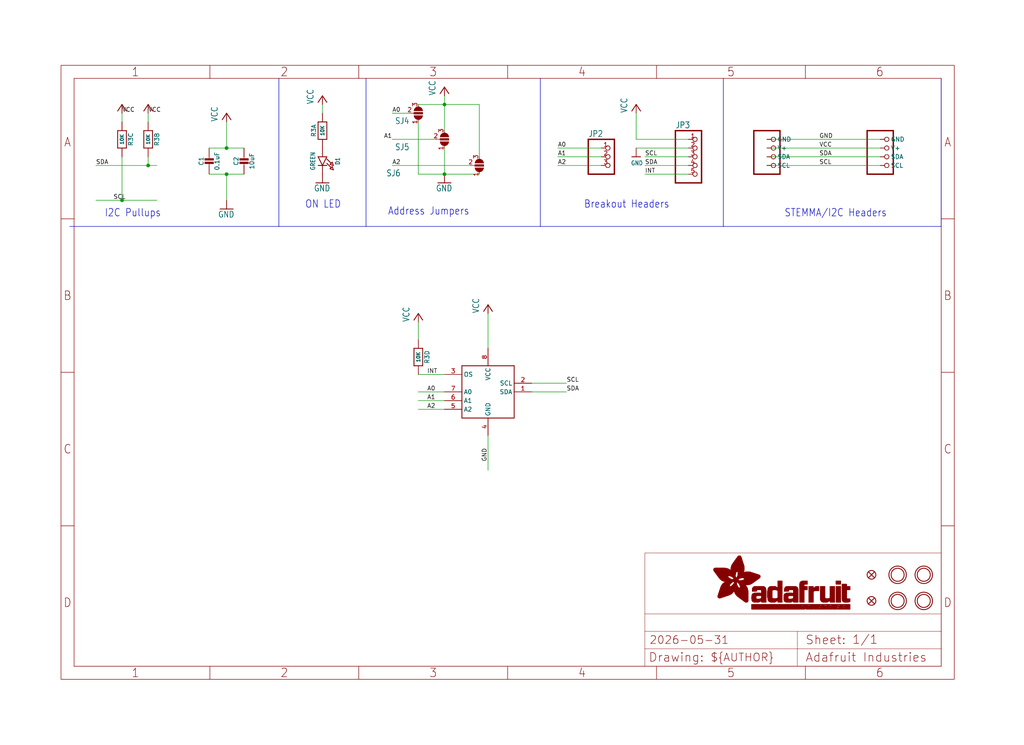
<source format=kicad_sch>
(kicad_sch (version 20230121) (generator eeschema)
  (paper "User" 298.45 217.322)
  (lib_symbols
    (symbol "working-eagle-import:CAP_CERAMIC0603_NO"
      (property "Reference" "C" (at -2.29 1.25 90))
      (symbol "CAP_CERAMIC0603_NO_1_0"
        (pin passive line (at 0 5.08 270) (length 2.54) (name "1") (number "1"))
        (pin passive line (at 0 -2.54 90) (length 2.54) (name "2") (number "2"))
      )
    )
    (symbol "working-eagle-import:CAP_CERAMIC0805-NOOUTLINE"
      (property "Reference" "C" (at -2.29 1.25 90))
      (symbol "CAP_CERAMIC0805-NOOUTLINE_1_0"
        (pin passive line (at 0 5.08 270) (length 2.54) (name "1") (number "1"))
        (pin passive line (at 0 -2.54 90) (length 2.54) (name "2") (number "2"))
      )
    )
    (symbol "working-eagle-import:FIDUCIAL_1MM")
    (symbol "working-eagle-import:FRAME_A4_ADAFRUIT"
      (symbol "FRAME_A4_ADAFRUIT_1_0"
        (text "${#}/${##}" (at 230.505 10.16 0) (effects (font (size 2.54 2.54)) (justify left bottom)))
        (text "${AUTHOR}" (at 189.23 5.08 0) (effects (font (size 2.286 2.286)) (justify left bottom)))
        (text "${CURRENT_DATE}" (at 171.45 10.16 0) (effects (font (size 2.286 2.286)) (justify left bottom)))
        (text "${PROJECTNAME}" (at 171.45 15.24 0) (effects (font (size 2.54 2.54)) (justify left bottom)))
        (text "1" (at 21.6958 1.905 0) (effects (font (size 2.54 2.286))))
        (text "1" (at 21.6958 177.165 0) (effects (font (size 2.54 2.286))))
        (text "2" (at 65.0875 1.905 0) (effects (font (size 2.54 2.286))))
        (text "2" (at 65.0875 177.165 0) (effects (font (size 2.54 2.286))))
        (text "3" (at 108.4792 1.905 0) (effects (font (size 2.54 2.286))))
        (text "3" (at 108.4792 177.165 0) (effects (font (size 2.54 2.286))))
        (text "4" (at 151.8708 1.905 0) (effects (font (size 2.54 2.286))))
        (text "4" (at 151.8708 177.165 0) (effects (font (size 2.54 2.286))))
        (text "5" (at 195.2625 1.905 0) (effects (font (size 2.54 2.286))))
        (text "5" (at 195.2625 177.165 0) (effects (font (size 2.54 2.286))))
        (text "6" (at 238.6542 1.905 0) (effects (font (size 2.54 2.286))))
        (text "6" (at 238.6542 177.165 0) (effects (font (size 2.54 2.286))))
        (text "A" (at 1.905 156.6863 0) (effects (font (size 2.54 2.286))))
        (text "A" (at 258.445 156.6863 0) (effects (font (size 2.54 2.286))))
        (text "Adafruit Industries" (at 216.916 4.953 0) (effects (font (size 2.54 2.54)) (justify left bottom)))
        (text "B" (at 1.905 111.9188 0) (effects (font (size 2.54 2.286))))
        (text "B" (at 258.445 111.9188 0) (effects (font (size 2.54 2.286))))
        (text "C" (at 1.905 67.1513 0) (effects (font (size 2.54 2.286))))
        (text "C" (at 258.445 67.1513 0) (effects (font (size 2.54 2.286))))
        (text "D" (at 1.905 22.3838 0) (effects (font (size 2.54 2.286))))
        (text "D" (at 258.445 22.3838 0) (effects (font (size 2.54 2.286))))
        (text "Drawing:" (at 171.196 4.953 0) (effects (font (size 2.54 2.54)) (justify left bottom)))
        (text "Sheet:" (at 216.916 10.033 0) (effects (font (size 2.54 2.54)) (justify left bottom)))
      )
    )
    (symbol "working-eagle-import:GND" (power)
      (property "Value" "GND" (at -1.524 -2.54 0))
      (symbol "GND_1_0"
        (pin power_in line (at 0 2.54 270) (length 2.54) (name "GND") (number "1"))
      )
    )
    (symbol "working-eagle-import:HEADER-1X3ROUND"
      (property "Reference" "JP" (at -6.35 5.715 0))
      (symbol "HEADER-1X3ROUND_1_0"
        (pin passive inverted (at -2.54 2.54 0) (length 2.54) (name "1") (number "1"))
        (pin passive inverted (at -2.54 0 0) (length 2.54) (name "2") (number "2"))
        (pin passive inverted (at -2.54 -2.54 0) (length 2.54) (name "3") (number "3"))
      )
    )
    (symbol "working-eagle-import:HEADER-1X5ROUND"
      (property "Reference" "JP" (at -6.35 8.255 0))
      (symbol "HEADER-1X5ROUND_1_0"
        (pin passive inverted (at -2.54 5.08 0) (length 2.54) (name "1") (number "1"))
        (pin passive inverted (at -2.54 2.54 0) (length 2.54) (name "2") (number "2"))
        (pin passive inverted (at -2.54 0 0) (length 2.54) (name "3") (number "3"))
        (pin passive inverted (at -2.54 -2.54 0) (length 2.54) (name "4") (number "4"))
        (pin passive inverted (at -2.54 -5.08 0) (length 2.54) (name "5") (number "5"))
      )
    )
    (symbol "working-eagle-import:LED0603_NOOUTLINE"
      (property "Reference" "D" (at -1.27 4.445 0))
      (symbol "LED0603_NOOUTLINE_1_0"
        (pin passive line (at -5.08 0 0) (length 2.54) (name "A") (number "A"))
        (pin passive line (at 2.54 0 180) (length 2.54) (name "C") (number "C"))
      )
    )
    (symbol "working-eagle-import:MOUNTINGHOLE2.5")
    (symbol "working-eagle-import:PCT2075D"
      (symbol "PCT2075D_1_0"
        (pin bidirectional line (at 12.7 0 180) (length 5.08) (name "SDA") (number "1"))
        (pin bidirectional line (at 12.7 2.54 180) (length 5.08) (name "SCL") (number "2"))
        (pin output line (at -12.7 5.08 0) (length 5.08) (name "OS") (number "3"))
        (pin power_in line (at 0 -12.7 90) (length 5.08) (name "GND") (number "4"))
        (pin input line (at -12.7 -5.08 0) (length 5.08) (name "A2") (number "5"))
        (pin input line (at -12.7 -2.54 0) (length 5.08) (name "A1") (number "6"))
        (pin input line (at -12.7 0 0) (length 5.08) (name "A0") (number "7"))
        (pin power_in line (at 0 12.7 270) (length 5.08) (name "VCC") (number "8"))
      )
    )
    (symbol "working-eagle-import:RESISTOR_4PACK"
      (property "Reference" "R" (at 0 2.54 0))
      (symbol "RESISTOR_4PACK_1_0"
        (pin passive line (at -5.08 0 0) (length 2.54) (name "1") (number "1"))
        (pin passive line (at 5.08 0 180) (length 2.54) (name "2") (number "8"))
      )
      (symbol "RESISTOR_4PACK_2_0"
        (pin passive line (at -5.08 0 0) (length 2.54) (name "1") (number "2"))
        (pin passive line (at 5.08 0 180) (length 2.54) (name "2") (number "7"))
      )
      (symbol "RESISTOR_4PACK_3_0"
        (pin passive line (at -5.08 0 0) (length 2.54) (name "1") (number "3"))
        (pin passive line (at 5.08 0 180) (length 2.54) (name "2") (number "6"))
      )
      (symbol "RESISTOR_4PACK_4_0"
        (pin passive line (at -5.08 0 0) (length 2.54) (name "1") (number "4"))
        (pin passive line (at 5.08 0 180) (length 2.54) (name "2") (number "5"))
      )
    )
    (symbol "working-eagle-import:SOLDERJUMPER_2WAY"
      (property "Reference" "SJ" (at -5.08 -3.81 0))
      (symbol "SOLDERJUMPER_2WAY_1_0"
        (pin passive line (at -2.54 0 0) (length 0) (name "1") (number "1"))
        (pin passive line (at 0 2.54 270) (length 0) (name "2") (number "2"))
        (pin passive line (at 2.54 0 180) (length 0) (name "3") (number "3"))
      )
    )
    (symbol "working-eagle-import:STEMMA_I2C_QT"
      (symbol "STEMMA_I2C_QT_1_0"
        (pin passive inverted (at 0 5.08 0) (length 2.54) (name "GND") (number "1"))
        (pin passive inverted (at 0 2.54 0) (length 2.54) (name "V+") (number "2"))
        (pin passive inverted (at 0 0 0) (length 2.54) (name "SDA") (number "3"))
        (pin passive inverted (at 0 -2.54 0) (length 2.54) (name "SCL") (number "4"))
      )
      (symbol "STEMMA_I2C_QT_2_0"
        (pin bidirectional line (at 0 0 0) (length 5.08) (name "MT") (number "MT1"))
      )
      (symbol "STEMMA_I2C_QT_3_0"
        (pin bidirectional line (at 0 0 0) (length 5.08) (name "MT") (number "MT2"))
      )
    )
    (symbol "working-eagle-import:VCC" (power)
      (property "Value" "VCC" (at -2.54 -2.54 90))
      (symbol "VCC_1_0"
        (pin power_in line (at 0 -2.54 90) (length 2.54) (name "VCC") (number "1"))
      )
    )
    (symbol "working-eagle-import:supply1_GND" (power)
      (property "Value" "supply1_GND" (at -2.54 -2.54 0))
      (symbol "supply1_GND_1_0"
        (pin power_in line (at 0 2.54 270) (length 2.54) (name "GND") (number "1"))
      )
    )
  )
  (junction (at 35.56 58.42))
  (junction (at 66.04 43.18))
  (junction (at 129.54 30.48))
  (junction (at 66.04 50.8))
  (junction (at 129.54 50.8))
  (junction (at 43.18 48.26))
  (polyline (pts (xy 210.82 22.86) (xy 210.82 66.04)) (stroke (width 0.1524) (type solid)))
  (wire (pts (xy 121.92 35.56) (xy 121.92 50.8)) (stroke (width 0.1524)))
  (wire (pts (xy 66.04 50.8) (xy 66.04 58.42)) (stroke (width 0.1524)))
  (wire (pts (xy 223.52 48.26) (xy 256.54 48.26)) (stroke (width 0.1524)))
  (wire (pts (xy 129.54 30.48) (xy 139.7 30.48)) (stroke (width 0.1524)))
  (wire (pts (xy 175.26 48.26) (xy 162.56 48.26)) (stroke (width 0.1524)))
  (wire (pts (xy 35.56 45.72) (xy 35.56 58.42)) (stroke (width 0.1524)))
  (polyline (pts (xy 274.32 22.86) (xy 274.32 66.04)) (stroke (width 0.1524) (type solid)))
  (polyline (pts (xy 210.82 66.04) (xy 274.32 66.04)) (stroke (width 0.1524) (type solid)))
  (polyline (pts (xy 106.68 66.04) (xy 157.48 66.04)) (stroke (width 0.1524) (type solid)))
  (wire (pts (xy 175.26 43.18) (xy 162.56 43.18)) (stroke (width 0.1524)))
  (wire (pts (xy 127 40.64) (xy 114.3 40.64)) (stroke (width 0.1524)))
  (wire (pts (xy 45.72 58.42) (xy 35.56 58.42)) (stroke (width 0.1524)))
  (wire (pts (xy 60.96 50.8) (xy 66.04 50.8)) (stroke (width 0.1524)))
  (wire (pts (xy 60.96 43.18) (xy 66.04 43.18)) (stroke (width 0.1524)))
  (polyline (pts (xy 81.28 66.04) (xy 106.68 66.04)) (stroke (width 0.1524) (type solid)))
  (wire (pts (xy 142.24 101.6) (xy 142.24 91.44)) (stroke (width 0.1524)))
  (wire (pts (xy 43.18 48.26) (xy 27.94 48.26)) (stroke (width 0.1524)))
  (wire (pts (xy 43.18 35.56) (xy 43.18 33.02)) (stroke (width 0.1524)))
  (wire (pts (xy 139.7 30.48) (xy 139.7 45.72)) (stroke (width 0.1524)))
  (wire (pts (xy 129.54 43.18) (xy 129.54 50.8)) (stroke (width 0.1524)))
  (wire (pts (xy 129.54 114.3) (xy 121.92 114.3)) (stroke (width 0.1524)))
  (wire (pts (xy 185.42 40.64) (xy 185.42 33.02)) (stroke (width 0.1524)))
  (wire (pts (xy 66.04 43.18) (xy 66.04 35.56)) (stroke (width 0.1524)))
  (wire (pts (xy 129.54 109.22) (xy 121.92 109.22)) (stroke (width 0.1524)))
  (polyline (pts (xy 20.32 66.04) (xy 81.28 66.04)) (stroke (width 0.1524) (type solid)))
  (wire (pts (xy 119.38 33.02) (xy 114.3 33.02)) (stroke (width 0.1524)))
  (wire (pts (xy 93.98 33.02) (xy 93.98 30.48)) (stroke (width 0.1524)))
  (wire (pts (xy 223.52 43.18) (xy 256.54 43.18)) (stroke (width 0.1524)))
  (wire (pts (xy 139.7 50.8) (xy 129.54 50.8)) (stroke (width 0.1524)))
  (wire (pts (xy 66.04 43.18) (xy 71.12 43.18)) (stroke (width 0.1524)))
  (wire (pts (xy 129.54 30.48) (xy 129.54 27.94)) (stroke (width 0.1524)))
  (wire (pts (xy 200.66 48.26) (xy 187.96 48.26)) (stroke (width 0.1524)))
  (wire (pts (xy 200.66 40.64) (xy 185.42 40.64)) (stroke (width 0.1524)))
  (wire (pts (xy 154.94 114.3) (xy 165.1 114.3)) (stroke (width 0.1524)))
  (polyline (pts (xy 157.48 66.04) (xy 210.82 66.04)) (stroke (width 0.1524) (type solid)))
  (wire (pts (xy 129.54 119.38) (xy 121.92 119.38)) (stroke (width 0.1524)))
  (wire (pts (xy 66.04 50.8) (xy 71.12 50.8)) (stroke (width 0.1524)))
  (wire (pts (xy 121.92 50.8) (xy 129.54 50.8)) (stroke (width 0.1524)))
  (wire (pts (xy 256.54 40.64) (xy 223.52 40.64)) (stroke (width 0.1524)))
  (wire (pts (xy 200.66 43.18) (xy 185.42 43.18)) (stroke (width 0.1524)))
  (polyline (pts (xy 81.28 22.86) (xy 81.28 66.04)) (stroke (width 0.1524) (type solid)))
  (wire (pts (xy 35.56 33.02) (xy 35.56 35.56)) (stroke (width 0.1524)))
  (wire (pts (xy 154.94 111.76) (xy 165.1 111.76)) (stroke (width 0.1524)))
  (wire (pts (xy 45.72 48.26) (xy 43.18 48.26)) (stroke (width 0.1524)))
  (wire (pts (xy 129.54 116.84) (xy 121.92 116.84)) (stroke (width 0.1524)))
  (wire (pts (xy 43.18 45.72) (xy 43.18 48.26)) (stroke (width 0.1524)))
  (wire (pts (xy 200.66 45.72) (xy 187.96 45.72)) (stroke (width 0.1524)))
  (wire (pts (xy 129.54 38.1) (xy 129.54 30.48)) (stroke (width 0.1524)))
  (polyline (pts (xy 157.48 22.86) (xy 157.48 66.04)) (stroke (width 0.1524) (type solid)))
  (wire (pts (xy 137.16 48.26) (xy 114.3 48.26)) (stroke (width 0.1524)))
  (wire (pts (xy 175.26 45.72) (xy 162.56 45.72)) (stroke (width 0.1524)))
  (wire (pts (xy 121.92 93.98) (xy 121.92 99.06)) (stroke (width 0.1524)))
  (wire (pts (xy 35.56 58.42) (xy 27.94 58.42)) (stroke (width 0.1524)))
  (wire (pts (xy 129.54 30.48) (xy 121.92 30.48)) (stroke (width 0.1524)))
  (wire (pts (xy 142.24 127) (xy 142.24 137.16)) (stroke (width 0.1524)))
  (wire (pts (xy 256.54 45.72) (xy 223.52 45.72)) (stroke (width 0.1524)))
  (wire (pts (xy 200.66 50.8) (xy 187.96 50.8)) (stroke (width 0.1524)))
  (polyline (pts (xy 106.68 22.86) (xy 106.68 66.04)) (stroke (width 0.1524) (type solid)))
  (text "I2C Pullups" (at 30.48 63.5 0) (effects (font (size 2.1844 1.8567)) (justify left bottom)))
  (text "ON LED" (at 88.9 60.96 0) (effects (font (size 2.1844 1.8567)) (justify left bottom)))
  (text "Breakout Headers" (at 170.18 60.96 0) (effects (font (size 2.1844 1.8567)) (justify left bottom)))
  (text "STEMMA/I2C Headers" (at 228.6 63.5 0) (effects (font (size 2.1844 1.8567)) (justify left bottom)))
  (text "Address Jumpers" (at 113.03 62.992 0) (effects (font (size 2.1844 1.8567)) (justify left bottom)))
  (label "GND" (at 142.24 134.62 90) (effects (font (size 1.2446 1.2446))))
  (label "VCC" (at 35.56 33.02 0) (effects (font (size 1.2446 1.2446))))
  (label "A2" (at 162.56 48.26 0) (effects (font (size 1.2446 1.2446))))
  (label "VCC" (at 238.76 43.18 0) (effects (font (size 1.2446 1.2446))))
  (label "SCL" (at 187.96 45.72 0) (effects (font (size 1.2446 1.2446))))
  (label "INT" (at 124.46 109.22 0) (effects (font (size 1.2446 1.2446))))
  (label "A1" (at 124.46 116.84 0) (effects (font (size 1.2446 1.2446))))
  (label "A0" (at 124.46 114.3 0) (effects (font (size 1.2446 1.2446))))
  (label "SDA" (at 238.76 45.72 0) (effects (font (size 1.2446 1.2446))))
  (label "SDA" (at 27.94 48.26 0) (effects (font (size 1.2446 1.2446))))
  (label "SCL" (at 238.76 48.26 0) (effects (font (size 1.2446 1.2446))))
  (label "A0" (at 114.3 33.02 0) (effects (font (size 1.2446 1.2446))))
  (label "GND" (at 238.76 40.64 0) (effects (font (size 1.2446 1.2446))))
  (label "A2" (at 114.3 48.26 0) (effects (font (size 1.2446 1.2446))))
  (label "SDA" (at 165.1 114.3 0) (effects (font (size 1.2446 1.2446))))
  (label "A1" (at 114.3 40.64 180) (effects (font (size 1.2446 1.2446))))
  (label "A2" (at 124.46 119.38 0) (effects (font (size 1.2446 1.2446))))
  (label "A0" (at 162.56 43.18 0) (effects (font (size 1.2446 1.2446))))
  (label "SCL" (at 165.1 111.76 0) (effects (font (size 1.2446 1.2446))))
  (label "SCL" (at 33.02 58.42 0) (effects (font (size 1.2446 1.2446))))
  (label "VCC" (at 43.18 33.02 0) (effects (font (size 1.2446 1.2446))))
  (label "SDA" (at 187.96 48.26 0) (effects (font (size 1.2446 1.2446))))
  (label "A1" (at 162.56 45.72 0) (effects (font (size 1.2446 1.2446))))
  (label "INT" (at 187.96 50.8 0) (effects (font (size 1.2446 1.2446))))
  (symbol (lib_id "working-eagle-import:VCC") (at 35.56 30.48 0) (unit 1)
    (property "Reference" "#P+1" (effects hide))
    (property "Value" "VCC" (effects hide))
  )
  (symbol (lib_id "working-eagle-import:RESISTOR_4PACK") (at 93.98 38.1 90) (unit 1)
    (property "Reference" "R3" (at 91.44 38.1 0))
    (property "Value" "10K" (at 93.98 38.1 0) (effects (font (size 1.016 1.016) bold)))
    (property "Footprint" "working:RESPACK_4X0603" (effects hide))
  )
  (symbol (lib_id "working-eagle-import:RESISTOR_4PACK") (at 43.18 40.64 270) (unit 2)
    (property "Reference" "R3" (at 45.72 40.64 0))
    (property "Value" "10K" (at 43.18 40.64 0) (effects (font (size 1.016 1.016) bold)))
    (property "Footprint" "working:RESPACK_4X0603" (effects hide))
  )
  (symbol (lib_id "working-eagle-import:FRAME_A4_ADAFRUIT") (at 17.78 198.12 0) (unit 1)
    (property "Reference" "#U$18" (effects hide))
    (property "Value" "FRAME_A4_ADAFRUIT" (effects hide))
  )
  (symbol (lib_id "working-eagle-import:VCC") (at 66.04 33.02 0) (unit 1)
    (property "Reference" "#P+7" (effects hide))
    (property "Value" "VCC" (at 63.5 35.56 90) (effects (font (size 1.778 1.5113)) (justify left bottom)))
  )
  (symbol (lib_id "working-eagle-import:STEMMA_I2C_QT") (at 256.54 45.72 0) (unit 1)
    (property "Reference" "CONN4" (effects hide))
    (property "Value" "STEMMA_I2C_QT" (effects hide))
    (property "Footprint" "working:JST_SH4" (effects hide))
  )
  (symbol (lib_id "working-eagle-import:MOUNTINGHOLE2.5") (at 261.62 175.26 0) (unit 1)
    (property "Reference" "U$1" (effects hide))
    (property "Value" "MOUNTINGHOLE2.5" (effects hide))
    (property "Footprint" "working:MOUNTINGHOLE_2.5_PLATED" (effects hide))
  )
  (symbol (lib_id "working-eagle-import:SOLDERJUMPER_2WAY") (at 121.92 33.02 90) (unit 1)
    (property "Reference" "SJ4" (at 119.38 34.29 90) (effects (font (size 1.778 1.5113)) (justify left bottom)))
    (property "Value" "SOLDERJUMPER_2WAY" (effects hide))
    (property "Footprint" "working:SOLDERJUMPER_2WAY_OPEN_NOPASTE" (effects hide))
  )
  (symbol (lib_id "working-eagle-import:supply1_GND") (at 93.98 53.34 0) (unit 1)
    (property "Reference" "#GND6" (effects hide))
    (property "Value" "GND" (at 91.44 55.88 0) (effects (font (size 1.778 1.5113)) (justify left bottom)))
  )
  (symbol (lib_id "working-eagle-import:SOLDERJUMPER_2WAY") (at 129.54 40.64 90) (unit 1)
    (property "Reference" "SJ5" (at 119.38 41.91 90) (effects (font (size 1.778 1.5113)) (justify left bottom)))
    (property "Value" "SOLDERJUMPER_2WAY" (effects hide))
    (property "Footprint" "working:SOLDERJUMPER_2WAY_OPEN_NOPASTE" (effects hide))
  )
  (symbol (lib_id "working-eagle-import:VCC") (at 129.54 25.4 0) (unit 1)
    (property "Reference" "#P+4" (effects hide))
    (property "Value" "VCC" (at 127 27.94 90) (effects (font (size 1.778 1.5113)) (justify left bottom)))
  )
  (symbol (lib_id "working-eagle-import:supply1_GND") (at 129.54 53.34 0) (unit 1)
    (property "Reference" "#GND2" (effects hide))
    (property "Value" "GND" (at 127 55.88 0) (effects (font (size 1.778 1.5113)) (justify left bottom)))
  )
  (symbol (lib_id "working-eagle-import:VCC") (at 121.92 91.44 0) (unit 1)
    (property "Reference" "#P+6" (effects hide))
    (property "Value" "VCC" (at 119.38 93.98 90) (effects (font (size 1.778 1.5113)) (justify left bottom)))
  )
  (symbol (lib_id "working-eagle-import:MOUNTINGHOLE2.5") (at 269.24 167.64 0) (unit 1)
    (property "Reference" "U$19" (effects hide))
    (property "Value" "MOUNTINGHOLE2.5" (effects hide))
    (property "Footprint" "working:MOUNTINGHOLE_2.5_PLATED" (effects hide))
  )
  (symbol (lib_id "working-eagle-import:SOLDERJUMPER_2WAY") (at 139.7 48.26 90) (unit 1)
    (property "Reference" "SJ6" (at 116.84 49.53 90) (effects (font (size 1.778 1.5113)) (justify left bottom)))
    (property "Value" "SOLDERJUMPER_2WAY" (effects hide))
    (property "Footprint" "working:SOLDERJUMPER_2WAY_OPEN_NOPASTE" (effects hide))
  )
  (symbol (lib_id "working-eagle-import:CAP_CERAMIC0603_NO") (at 60.96 48.26 0) (unit 1)
    (property "Reference" "C1" (at 58.67 47.01 90))
    (property "Value" "0.1uF" (at 63.26 47.01 90))
    (property "Footprint" "working:0603-NO" (effects hide))
  )
  (symbol (lib_id "working-eagle-import:LED0603_NOOUTLINE") (at 93.98 48.26 270) (unit 1)
    (property "Reference" "D1" (at 98.425 46.99 0) (effects (font (size 1.27 1.0795))))
    (property "Value" "GREEN" (at 91.186 46.99 0) (effects (font (size 1.27 1.0795))))
    (property "Footprint" "working:CHIPLED_0603_NOOUTLINE" (effects hide))
  )
  (symbol (lib_id "working-eagle-import:MOUNTINGHOLE2.5") (at 261.62 167.64 0) (unit 1)
    (property "Reference" "U$17" (effects hide))
    (property "Value" "MOUNTINGHOLE2.5" (effects hide))
    (property "Footprint" "working:MOUNTINGHOLE_2.5_PLATED" (effects hide))
  )
  (symbol (lib_id "working-eagle-import:RESISTOR_4PACK") (at 35.56 40.64 270) (unit 3)
    (property "Reference" "R3" (at 38.1 40.64 0))
    (property "Value" "10K" (at 35.56 40.64 0) (effects (font (size 1.016 1.016) bold)))
    (property "Footprint" "working:RESPACK_4X0603" (effects hide))
  )
  (symbol (lib_id "working-eagle-import:RESISTOR_4PACK") (at 121.92 104.14 270) (unit 4)
    (property "Reference" "R3" (at 124.46 104.14 0))
    (property "Value" "10K" (at 121.92 104.14 0) (effects (font (size 1.016 1.016) bold)))
    (property "Footprint" "working:RESPACK_4X0603" (effects hide))
  )
  (symbol (lib_id "working-eagle-import:GND") (at 185.42 45.72 0) (unit 1)
    (property "Reference" "#U$10" (effects hide))
    (property "Value" "GND" (at 183.896 48.26 0) (effects (font (size 1.27 1.0795)) (justify left bottom)))
  )
  (symbol (lib_id "working-eagle-import:VCC") (at 93.98 27.94 0) (unit 1)
    (property "Reference" "#P+3" (effects hide))
    (property "Value" "VCC" (at 91.44 30.48 90) (effects (font (size 1.778 1.5113)) (justify left bottom)))
  )
  (symbol (lib_id "working-eagle-import:FIDUCIAL_1MM") (at 254 167.64 0) (unit 1)
    (property "Reference" "FID4" (effects hide))
    (property "Value" "FIDUCIAL_1MM" (effects hide))
    (property "Footprint" "working:FIDUCIAL_1MM" (effects hide))
  )
  (symbol (lib_id "working-eagle-import:FIDUCIAL_1MM") (at 254 175.26 0) (unit 1)
    (property "Reference" "FID3" (effects hide))
    (property "Value" "FIDUCIAL_1MM" (effects hide))
    (property "Footprint" "working:FIDUCIAL_1MM" (effects hide))
  )
  (symbol (lib_id "working-eagle-import:HEADER-1X5ROUND") (at 203.2 45.72 0) (unit 1)
    (property "Reference" "JP3" (at 196.85 37.465 0) (effects (font (size 1.778 1.5113)) (justify left bottom)))
    (property "Value" "HEADER-1X5ROUND" (effects hide))
    (property "Footprint" "working:1X05_ROUND" (effects hide))
  )
  (symbol (lib_id "working-eagle-import:PCT2075D") (at 142.24 114.3 0) (unit 1)
    (property "Reference" "U$2" (effects hide))
    (property "Value" "PCT2075D" (effects hide))
    (property "Footprint" "working:SOIC8_150MIL" (effects hide))
  )
  (symbol (lib_id "working-eagle-import:VCC") (at 43.18 30.48 0) (unit 1)
    (property "Reference" "#P+2" (effects hide))
    (property "Value" "VCC" (effects hide))
  )
  (symbol (lib_id "working-eagle-import:STEMMA_I2C_QT") (at 223.52 45.72 0) (unit 1)
    (property "Reference" "CONN3" (effects hide))
    (property "Value" "STEMMA_I2C_QT" (effects hide))
    (property "Footprint" "working:JST_SH4" (effects hide))
  )
  (symbol (lib_id "working-eagle-import:VCC") (at 185.42 30.48 0) (unit 1)
    (property "Reference" "#P+8" (effects hide))
    (property "Value" "VCC" (at 182.88 33.02 90) (effects (font (size 1.778 1.5113)) (justify left bottom)))
  )
  (symbol (lib_id "working-eagle-import:MOUNTINGHOLE2.5") (at 269.24 175.26 0) (unit 1)
    (property "Reference" "U$21" (effects hide))
    (property "Value" "MOUNTINGHOLE2.5" (effects hide))
    (property "Footprint" "working:MOUNTINGHOLE_2.5_PLATED" (effects hide))
  )
  (symbol (lib_id "working-eagle-import:supply1_GND") (at 66.04 60.96 0) (unit 1)
    (property "Reference" "#GND1" (effects hide))
    (property "Value" "GND" (at 63.5 63.5 0) (effects (font (size 1.778 1.5113)) (justify left bottom)))
  )
  (symbol (lib_id "working-eagle-import:VCC") (at 142.24 88.9 0) (unit 1)
    (property "Reference" "#P+5" (effects hide))
    (property "Value" "VCC" (at 139.7 91.44 90) (effects (font (size 1.778 1.5113)) (justify left bottom)))
  )
  (symbol (lib_id "working-eagle-import:CAP_CERAMIC0805-NOOUTLINE") (at 71.12 48.26 0) (unit 1)
    (property "Reference" "C2" (at 68.83 47.01 90))
    (property "Value" "10uF" (at 73.42 47.01 90))
    (property "Footprint" "working:0805-NO" (effects hide))
  )
  (symbol (lib_id "working-eagle-import:HEADER-1X3ROUND") (at 177.8 45.72 0) (unit 1)
    (property "Reference" "JP2" (at 171.45 40.005 0) (effects (font (size 1.778 1.5113)) (justify left bottom)))
    (property "Value" "HEADER-1X3ROUND" (effects hide))
    (property "Footprint" "working:1X03_ROUND" (effects hide))
  )
)
</source>
